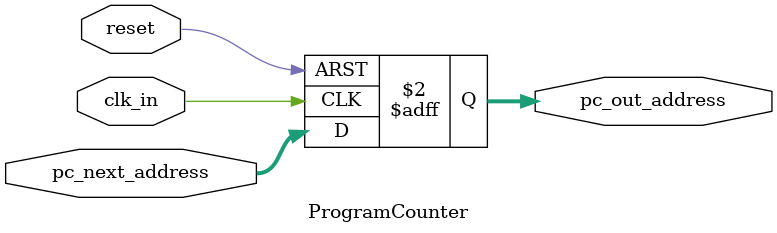
<source format=v>
`timescale 1ns / 1ps

// Program counter สำหรับส่ง address ของ instruction
module ProgramCounter(
    input clk_in,                   // สัญญาณ clock จาก clockDivider
    input reset,                    // ปุ่ม reset
    input [31:0] pc_next_address,   // รับ address ถัดไป

    output reg [31:0] pc_out_address    // ส่ง address ออกไป
  );

  always @(posedge clk_in or posedge reset)
  begin
    if(reset)
    begin
      pc_out_address <= 32'd0;          // reset เป็น address แรกสุด
    end
    else
    begin
      pc_out_address <= pc_next_address;  // ส่ง address ออก
    end
  end
endmodule

</source>
